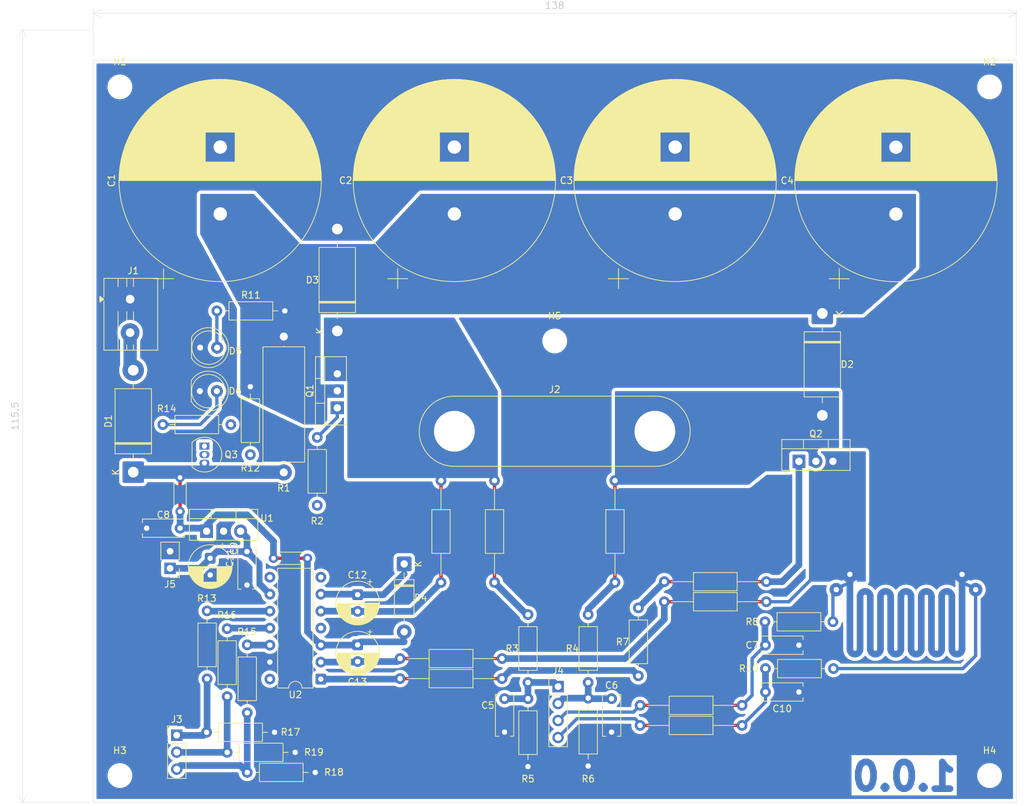
<source format=kicad_pcb>
(kicad_pcb (version 20241229) (generator "pcbnew") (generator_version "9.0")
  (layers (0 "F.Cu" signal) (2 "B.Cu" signal) (13 "F.Paste" user) (15 "B.Paste" user) (5 "F.SilkS" user "F.Silkscreen") (7 "B.SilkS" user "B.Silkscreen") (1 "F.Mask" user) (3 "B.Mask" user) (25 "Edge.Cuts" user))
  (net 0 "")
  (net 1 "/vbus")
  (net 2 "GND")
  (net 3 "/dut_high")
  (net 4 "/dut_low")
  (net 5 "/i_sense_high")
  (net 6 "+3.3V")
  (net 7 "/i_sense_low")
  (net 8 "/vb")
  (net 9 "/high_nmos_s")
  (net 10 "/low_nmos_s")
  (net 11 "/vin")
  (net 12 "/low_nmos_d")
  (net 13 "Net-(D5-A)")
  (net 14 "Net-(D6-A)")
  (net 15 "/lin_uc")
  (net 16 "/sd_uc")
  (net 17 "/hin_uc")
  (net 18 "/high_nmos_g")
  (net 19 "/low_nmos_g")
  (net 20 "Net-(Q3-B)")
  (net 21 "Net-(Q3-C)")
  (net 22 "/driver_ho")
  (net 23 "/hin")
  (net 24 "/lin")
  (net 25 "/sd")
  (net 29 "/driver_lo")
  (net 30 "/vin_prot")
  (net 31 "Net-(R8-Pad2)")
  (net 32 "Net-(R10-Pad2)")
  (footprint "Capacitor_THT:C_Disc_D6.0mm_W2.5mm_P5.00mm" (layer "F.Cu") (at 122.5 115.5 180)
    (property "Reference" "C8" (at 2.5 2 0) (layer "F.SilkS"))
    (property "Value" "100n")
    (pad "1" thru_hole circle (at 0 0 180) (size 1.6 1.6) (drill 0.8) (layers "*.Cu" "*.Mask") (net 30 "/vin_prot"))
    (pad "2" thru_hole circle (at 5 0 180) (size 1.6 1.6) (drill 0.8) (layers "*.Cu" "*.Mask") (net 2 "GND"))
  )
  (footprint "Capacitor_THT:CP_Radial_D6.3mm_P2.50mm" (layer "F.Cu") (at 149.04 125.45 -90)
    (property "Reference" "C12" (at -2.95 0.04 180) (layer "F.SilkS"))
    (property "Value" "2u2")
    (pad "1" thru_hole roundrect (at 0 0 270) (size 1.6 1.6) (drill 0.8) (layers "*.Cu" "*.Mask") (roundrect_rratio 0.15625) (net 8 "/vb"))
    (pad "2" thru_hole circle (at 2.5 0 270) (size 1.6 1.6) (drill 0.8) (layers "*.Cu" "*.Mask") (net 9 "/high_nmos_s"))
  )
  (footprint "Capacitor_THT:C_Disc_D6.0mm_W2.5mm_P5.00mm" (layer "F.Cu") (at 210 140)
    (property "Reference" "C10" (at 2.5 2.5 0) (layer "F.SilkS"))
    (property "Value" "1n")
    (pad "1" thru_hole circle (at 0 0) (size 1.6 1.6) (drill 0.8) (layers "*.Cu" "*.Mask") (net 7 "/i_sense_low"))
    (pad "2" thru_hole circle (at 5 0) (size 1.6 1.6) (drill 0.8) (layers "*.Cu" "*.Mask") (net 2 "GND"))
  )
  (footprint "Resistor_THT:R_Axial_DIN0207_L6.3mm_D2.5mm_P10.16mm_Horizontal" (layer "F.Cu") (at 183.5 138.58 90)
    (property "Reference" "R4" (at 5.08 -2.37 180) (layer "F.SilkS"))
    (property "Value" "8k2")
    (pad "1" thru_hole circle (at 0 0 90) (size 1.6 1.6) (drill 0.8) (layers "*.Cu" "*.Mask") (net 4 "/dut_low"))
    (pad "2" thru_hole circle (at 10.16 0 90) (size 1.6 1.6) (drill 0.8) (layers "*.Cu" "*.Mask") (net 12 "/low_nmos_d"))
  )
  (footprint "Capacitor_THT:C_Disc_D6.0mm_W2.5mm_P5.00mm" (layer "F.Cu") (at 132.5 119 -90)
    (property "Reference" "C11" (at 0.96 2.55 90) (layer "F.SilkS"))
    (property "Value" "100n")
    (pad "1" thru_hole circle (at 0 0 270) (size 1.6 1.6) (drill 0.8) (layers "*.Cu" "*.Mask") (net 6 "+3.3V"))
    (pad "2" thru_hole circle (at 5 0 270) (size 1.6 1.6) (drill 0.8) (layers "*.Cu" "*.Mask") (net 2 "GND"))
  )
  (footprint "Resistor_THT:R_Axial_DIN0617_L17.0mm_D6.0mm_P20.32mm_Horizontal" (layer "F.Cu") (at 138 107.16 90)
    (property "Reference" "R1" (at -2.34 0 180) (layer "F.SilkS"))
    (property "Value" "10")
    (pad "1" thru_hole circle (at 0 0 90) (size 2.4 2.4) (drill 1.2) (layers "*.Cu" "*.Mask") (net 30 "/vin_prot"))
    (pad "2" thru_hole circle (at 20.32 0 90) (size 2.4 2.4) (drill 1.2) (layers "*.Cu" "*.Mask") (net 1 "/vbus"))
  )
  (footprint "Connector:Banana_Jack_2Pin" (layer "F.Cu") (at 163.5 101)
    (property "Reference" "J2" (at 14.985 -6.24 0) (layer "F.SilkS"))
    (property "Value" "DUT")
    (pad "1" thru_hole circle (at 0 0) (size 10.16 10.16) (drill 6.1) (layers "*.Cu" "*.Mask") (net 9 "/high_nmos_s"))
    (pad "2" thru_hole circle (at 29.97 0) (size 10.16 10.16) (drill 6.1) (layers "*.Cu" "*.Mask") (net 12 "/low_nmos_d"))
  )
  (footprint "Capacitor_THT:C_Disc_D6.0mm_W2.5mm_P5.00mm" (layer "F.Cu") (at 187 141 -90)
    (property "Reference" "C6" (at -2 0 180) (layer "F.SilkS"))
    (property "Value" "1n")
    (pad "1" thru_hole circle (at 0 0 270) (size 1.6 1.6) (drill 0.8) (layers "*.Cu" "*.Mask") (net 4 "/dut_low"))
    (pad "2" thru_hole circle (at 5 0 270) (size 1.6 1.6) (drill 0.8) (layers "*.Cu" "*.Mask") (net 2 "GND"))
  )
  (footprint "MountingHole:MountingHole_3.2mm_M3_DIN965" (layer "F.Cu") (at 113.5 49.5)
    (property "Reference" "H1" (at 0 -3.75 0) (layer "F.SilkS"))
    (property "Value" "MountingHole")
    (pad "" np_thru_hole circle (at 0 0) (size 3.2 3.2) (drill 3.2) (layers "*.Cu" "*.Mask"))
  )
  (footprint "Capacitor_THT:C_Disc_D6.0mm_W2.5mm_P5.00mm" (layer "F.Cu") (at 210 133)
    (property "Reference" "C7" (at -2 0 0) (layer "F.SilkS"))
    (property "Value" "1n")
    (pad "1" thru_hole circle (at 0 0) (size 1.6 1.6) (drill 0.8) (layers "*.Cu" "*.Mask") (net 5 "/i_sense_high"))
    (pad "2" thru_hole circle (at 5 0) (size 1.6 1.6) (drill 0.8) (layers "*.Cu" "*.Mask") (net 2 "GND"))
  )
  (footprint "Resistor_THT:R_Axial_DIN0207_L6.3mm_D2.5mm_P10.16mm_Horizontal" (layer "F.Cu") (at 139.7 149.03 180)
    (property "Reference" "R19" (at -2.8 0.03 0) (layer "F.SilkS"))
    (property "Value" "8k2")
    (pad "1" thru_hole circle (at 0 0 180) (size 1.6 1.6) (drill 0.8) (layers "*.Cu" "*.Mask") (net 2 "GND"))
    (pad "2" thru_hole circle (at 10.16 0 180) (size 1.6 1.6) (drill 0.8) (layers "*.Cu" "*.Mask") (net 16 "/sd_uc"))
  )
  (footprint "Resistor_THT:R_Axial_DIN0207_L6.3mm_D2.5mm_P15.24mm_Horizontal" (layer "F.Cu") (at 210.12 123.5 180)
    (property "Reference" "REF**" (hide yes))
    (property "Value" "R_Axial_DIN0207_L6.3mm_D2.5mm_P15.24mm_Horizontal")
    (pad "1" thru_hole circle (at 0 0 180) (size 1.6 1.6) (drill 0.8) (layers "*.Cu" "*.Mask") (net 19 "/low_nmos_g"))
    (pad "2" thru_hole circle (at 15.24 0 180) (size 1.6 1.6) (drill 0.8) (layers "*.Cu" "*.Mask") (net 19 "/low_nmos_g"))
  )
  (footprint "Resistor_THT:R_Axial_DIN0207_L6.3mm_D2.5mm_P10.16mm_Horizontal" (layer "F.Cu") (at 174.5 151.16 90)
    (property "Reference" "R5" (at -1.84 0 180) (layer "F.SilkS"))
    (property "Value" "1k6")
    (pad "1" thru_hole circle (at 0 0 90) (size 1.6 1.6) (drill 0.8) (layers "*.Cu" "*.Mask") (net 2 "GND"))
    (pad "2" thru_hole circle (at 10.16 0 90) (size 1.6 1.6) (drill 0.8) (layers "*.Cu" "*.Mask") (net 3 "/dut_high"))
  )
  (footprint "Resistor_THT:R_Axial_DIN0207_L6.3mm_D2.5mm_P10.16mm_Horizontal" (layer "F.Cu") (at 143 112.08 90)
    (property "Reference" "R2" (at -2.34 0 180) (layer "F.SilkS"))
    (property "Value" "100")
    (pad "1" thru_hole circle (at 0 0 90) (size 1.6 1.6) (drill 0.8) (layers "*.Cu" "*.Mask") (net 22 "/driver_ho"))
    (pad "2" thru_hole circle (at 10.16 0 90) (size 1.6 1.6) (drill 0.8) (layers "*.Cu" "*.Mask") (net 18 "/high_nmos_g"))
  )
  (footprint "Resistor_THT:R_Axial_DIN0207_L6.3mm_D2.5mm_P10.16mm_Horizontal" (layer "F.Cu") (at 174.5 138.58 90)
    (property "Reference" "R3" (at 5.08 -2.37 180) (layer "F.SilkS"))
    (property "Value" "8k2")
    (pad "1" thru_hole circle (at 0 0 90) (size 1.6 1.6) (drill 0.8) (layers "*.Cu" "*.Mask") (net 3 "/dut_high"))
    (pad "2" thru_hole circle (at 10.16 0 90) (size 1.6 1.6) (drill 0.8) (layers "*.Cu" "*.Mask") (net 9 "/high_nmos_s"))
  )
  (footprint "LED_THT:LED_D5.0mm" (layer "F.Cu") (at 125.46 95)
    (property "Reference" "D6" (at 5.275 0 0) (layer "F.SilkS"))
    (property "Value" "LED")
    (pad "1" thru_hole rect (at 0 0) (size 1.8 1.8) (drill 0.9) (layers "*.Cu" "*.Mask") (net 2 "GND"))
    (pad "2" thru_hole circle (at 2.54 0) (size 1.8 1.8) (drill 0.9) (layers "*.Cu" "*.Mask") (net 14 "Net-(D6-A)"))
  )
  (footprint "Resistor_THT:R_Axial_DIN0207_L6.3mm_D2.5mm_P10.16mm_Horizontal" (layer "F.Cu") (at 128 83)
    (property "Reference" "R11" (at 5.08 -2.37 0) (layer "F.SilkS"))
    (property "Value" "1k6")
    (pad "1" thru_hole circle (at 0 0) (size 1.6 1.6) (drill 0.8) (layers "*.Cu" "*.Mask") (net 13 "Net-(D5-A)"))
    (pad "2" thru_hole circle (at 10.16 0) (size 1.6 1.6) (drill 0.8) (layers "*.Cu" "*.Mask") (net 1 "/vbus"))
  )
  (footprint "MountingHole:MountingHole_3.2mm_M3_DIN965" (layer "F.Cu") (at 113.5 152.5)
    (property "Reference" "H3" (at 0 -3.75 0) (layer "F.SilkS"))
    (property "Value" "MountingHole")
    (pad "" np_thru_hole circle (at 0 0) (size 3.2 3.2) (drill 3.2) (layers "*.Cu" "*.Mask"))
  )
  (footprint "Resistor_THT:R_Axial_DIN0207_L6.3mm_D2.5mm_P10.16mm_Horizontal" (layer "F.Cu") (at 210 136.5)
    (property "Reference" "R10" (at -2.5 0 0) (layer "F.SilkS"))
    (property "Value" "1k")
    (pad "1" thru_hole circle (at 0 0) (size 1.6 1.6) (drill 0.8) (layers "*.Cu" "*.Mask") (net 7 "/i_sense_low"))
    (pad "2" thru_hole circle (at 10.16 0) (size 1.6 1.6) (drill 0.8) (layers "*.Cu" "*.Mask") (net 32 "Net-(R10-Pad2)"))
  )
  (footprint "Resistor_THT:R_Axial_DIN0207_L6.3mm_D2.5mm_P10.16mm_Horizontal" (layer "F.Cu") (at 183.5 151.08 90)
    (property "Reference" "R6" (at -1.92 0 180) (layer "F.SilkS"))
    (property "Value" "1k6")
    (pad "1" thru_hole circle (at 0 0 90) (size 1.6 1.6) (drill 0.8) (layers "*.Cu" "*.Mask") (net 2 "GND"))
    (pad "2" thru_hole circle (at 10.16 0 90) (size 1.6 1.6) (drill 0.8) (layers "*.Cu" "*.Mask") (net 4 "/dut_low"))
  )
  (footprint "Package_TO_SOT_THT:TO-92_Inline" (layer "F.Cu") (at 126.14 103.23 -90)
    (property "Reference" "Q3" (at 1.27 -4 180) (layer "F.SilkS"))
    (property "Value" "BC328")
    (pad "1" thru_hole rect (at 0 0 270) (size 1.05 1.5) (drill 0.75) (layers "*.Cu" "*.Mask") (net 21 "Net-(Q3-C)"))
    (pad "2" thru_hole oval (at 1.27 0 270) (size 1.05 1.5) (drill 0.75) (layers "*.Cu" "*.Mask") (net 20 "Net-(Q3-B)"))
    (pad "3" thru_hole oval (at 2.54 0 270) (size 1.05 1.5) (drill 0.75) (layers "*.Cu" "*.Mask") (net 30 "/vin_prot"))
  )
  (footprint "Package_TO_SOT_THT:TO-220-3_Vertical" (layer "F.Cu") (at 126.46 115.95)
    (property "Reference" "U1" (at 9.04 -1.95 0) (layer "F.SilkS"))
    (property "Value" "LF33_TO220")
    (pad "1" thru_hole rect (at 0 0) (size 1.905 2) (drill 1.1) (layers "*.Cu" "*.Mask") (net 30 "/vin_prot"))
    (pad "2" thru_hole oval (at 2.54 0) (size 1.905 2) (drill 1.1) (layers "*.Cu" "*.Mask") (net 2 "GND"))
    (pad "3" thru_hole oval (at 5.08 0) (size 1.905 2) (drill 1.1) (layers "*.Cu" "*.Mask") (net 6 "+3.3V"))
  )
  (footprint "Resistor_THT:R_Axial_DIN0207_L6.3mm_D2.5mm_P15.24mm_Horizontal" (layer "F.Cu") (at 210.12 126.5 180)
    (property "Reference" "REF**" (hide yes))
    (property "Value" "R_Axial_DIN0207_L6.3mm_D2.5mm_P15.24mm_Horizontal")
    (pad "1" thru_hole circle (at 0 0 180) (size 1.6 1.6) (drill 0.8) (layers "*.Cu" "*.Mask") (net 10 "/low_nmos_s"))
    (pad "2" thru_hole circle (at 15.24 0 180) (size 1.6 1.6) (drill 0.8) (layers "*.Cu" "*.Mask") (net 10 "/low_nmos_s"))
  )
  (footprint "Capacitor_THT:CP_Radial_D30.0mm_P10.00mm_SnapIn" (layer "F.Cu") (at 229.5 68.517935 90)
    (property "Reference" "C4" (at 5 -16.25 180) (layer "F.SilkS"))
    (property "Value" "4700u")
    (pad "1" thru_hole roundrect (at 0 0 90) (size 4 4) (drill 2) (layers "*.Cu" "*.Mask") (roundrect_rratio 0.0625) (net 1 "/vbus"))
    (pad "2" thru_hole circle (at 10 0 90) (size 4 4) (drill 2) (layers "*.Cu" "*.Mask") (net 2 "GND"))
  )
  (footprint "Capacitor_THT:CP_Radial_D30.0mm_P10.00mm_SnapIn" (layer "F.Cu") (at 128.5 68.5 90)
    (property "Reference" "C1" (at 5 -16.25 90) (layer "F.SilkS"))
    (property "Value" "4700u")
    (pad "1" thru_hole roundrect (at 0 0 90) (size 4 4) (drill 2) (layers "*.Cu" "*.Mask") (roundrect_rratio 0.0625) (net 1 "/vbus"))
    (pad "2" thru_hole circle (at 10 0 90) (size 4 4) (drill 2) (layers "*.Cu" "*.Mask") (net 2 "GND"))
  )
  (footprint "LED_THT:LED_D5.0mm" (layer "F.Cu") (at 125.5 88.5)
    (property "Reference" "D5" (at 5.275 0.5 0) (layer "F.SilkS"))
    (property "Value" "LED")
    (pad "1" thru_hole rect (at 0 0) (size 1.8 1.8) (drill 0.9) (layers "*.Cu" "*.Mask") (net 2 "GND"))
    (pad "2" thru_hole circle (at 2.54 0) (size 1.8 1.8) (drill 0.9) (layers "*.Cu" "*.Mask") (net 13 "Net-(D5-A)"))
  )
  (footprint "Resistor_THT:R_Axial_DIN0207_L6.3mm_D2.5mm_P10.16mm_Horizontal" (layer "F.Cu") (at 133 104.5 90)
    (property "Reference" "R12" (at -2 0 180) (layer "F.SilkS"))
    (property "Value" "8k2")
    (pad "1" thru_hole circle (at 0 0 90) (size 1.6 1.6) (drill 0.8) (layers "*.Cu" "*.Mask") (net 20 "Net-(Q3-B)"))
    (pad "2" thru_hole circle (at 10.16 0 90) (size 1.6 1.6) (drill 0.8) (layers "*.Cu" "*.Mask") (net 1 "/vbus"))
  )
  (footprint "Resistor_THT:R_Axial_DIN0207_L6.3mm_D2.5mm_P10.16mm_Horizontal" (layer "F.Cu") (at 126.54 138.03 90)
    (property "Reference" "R13" (at 12.03 -0.04 180) (layer "F.SilkS"))
    (property "Value" "100")
    (pad "1" thru_hole circle (at 0 0 90) (size 1.6 1.6) (drill 0.8) (layers "*.Cu" "*.Mask") (net 17 "/hin_uc"))
    (pad "2" thru_hole circle (at 10.16 0 90) (size 1.6 1.6) (drill 0.8) (layers "*.Cu" "*.Mask") (net 23 "/hin"))
  )
  (footprint "Resistor_THT:R_Axial_DIN0207_L6.3mm_D2.5mm_P15.24mm_Horizontal" (layer "F.Cu") (at 161.5 123.62 90)
    (property "Reference" "REF**" (hide yes))
    (property "Value" "R_Axial_DIN0207_L6.3mm_D2.5mm_P15.24mm_Horizontal")
    (pad "1" thru_hole circle (at 0 0 90) (size 1.6 1.6) (drill 0.8) (layers "*.Cu" "*.Mask") (net 9 "/high_nmos_s"))
    (pad "2" thru_hole circle (at 15.24 0 90) (size 1.6 1.6) (drill 0.8) (layers "*.Cu" "*.Mask") (net 9 "/high_nmos_s"))
  )
  (footprint "Package_DIP:DIP-14_W7.62mm" (layer "F.Cu") (at 143.54 138.07 180)
    (property "Reference" "U2" (at 3.81 -2.33 0) (layer "F.SilkS"))
    (property "Value" "IR2112")
    (pad "1" thru_hole roundrect (at 0 0 180) (size 1.6 1.6) (drill 0.8) (layers "*.Cu" "*.Mask") (roundrect_rratio 0.15625) (net 29 "/driver_lo"))
    (pad "2" thru_hole circle (at 0 2.54 180) (size 1.6 1.6) (drill 0.8) (layers "*.Cu" "*.Mask") (net 10 "/low_nmos_s"))
    (pad "3" thru_hole circle (at 0 5.08 180) (size 1.6 1.6) (drill 0.8) (layers "*.Cu" "*.Mask") (net 30 "/vin_prot"))
    (pad "4" thru_hole circle (at 0 7.62 180) (size 1.6 1.6) (drill 0.8) (layers "*.Cu" "*.Mask"))
    (pad "5" thru_hole circle (at 0 10.16 180) (size 1.6 1.6) (drill 0.8) (layers "*.Cu" "*.Mask") (net 9 "/high_nmos_s"))
    (pad "6" thru_hole circle (at 0 12.7 180) (size 1.6 1.6) (drill 0.8) (layers "*.Cu" "*.Mask") (net 8 "/vb"))
    (pad "7" thru_hole circle (at 0 15.24 180) (size 1.6 1.6) (drill 0.8) (layers "*.Cu" "*.Mask") (net 22 "/driver_ho"))
    (pad "8" thru_hole circle (at 7.62 15.24 180) (size 1.6 1.6) (drill 0.8) (layers "*.Cu" "*.Mask"))
    (pad "9" thru_hole circle (at 7.62 12.7 180) (size 1.6 1.6) (drill 0.8) (layers "*.Cu" "*.Mask") (net 6 "+3.3V"))
    (pad "10" thru_hole circle (at 7.62 10.16 180) (size 1.6 1.6) (drill 0.8) (layers "*.Cu" "*.Mask") (net 23 "/hin"))
    (pad "11" thru_hole circle (at 7.62 7.62 180) (size 1.6 1.6) (drill 0.8) (layers "*.Cu" "*.Mask") (net 25 "/sd"))
    (pad "12" thru_hole circle (at 7.62 5.08 180) (size 1.6 1.6) (drill 0.8) (layers "*.Cu" "*.Mask") (net 24 "/lin"))
    (pad "13" thru_hole circle (at 7.62 2.54 180) (size 1.6 1.6) (drill 0.8) (layers "*.Cu" "*.Mask") (net 2 "GND"))
    (pad "14" thru_hole circle (at 7.62 0 180) (size 1.6 1.6) (drill 0.8) (layers "*.Cu" "*.Mask"))
  )
  (footprint "Connector_PinHeader_2.54mm:PinHeader_1x03_P2.54mm_Vertical" (layer "F.Cu") (at 122 146.46)
    (property "Reference" "J3" (at 0 -2.38 0) (layer "F.SilkS"))
    (property "Value" "Inputs")
    (pad "1" thru_hole rect (at 0 0) (size 1.7 1.7) (drill 1) (layers "*.Cu" "*.Mask") (net 17 "/hin_uc"))
    (pad "2" thru_hole circle (at 0 2.54) (size 1.7 1.7) (drill 1) (layers "*.Cu" "*.Mask") (net 16 "/sd_uc"))
    (pad "3" thru_hole circle (at 0 5.08) (size 1.7 1.7) (drill 1) (layers "*.Cu" "*.Mask") (net 15 "/lin_uc"))
  )
  (footprint "Connector_PinHeader_2.54mm:PinHeader_1x02_P2.54mm_Vertical" (layer "F.Cu") (at 121 121.5 180)
    (property "Reference" "J5" (at 0 -2.38 0) (layer "F.SilkS"))
    (property "Value" "UC")
    (pad "1" thru_hole rect (at 0 0 180) (size 1.7 1.7) (drill 1) (layers "*.Cu" "*.Mask") (net 6 "+3.3V"))
    (pad "2" thru_hole circle (at 0 2.54 180) (size 1.7 1.7) (drill 1) (layers "*.Cu" "*.Mask") (net 2 "GND"))
  )
  (footprint "Resistor_THT:R_Axial_DIN0207_L6.3mm_D2.5mm_P15.24mm_Horizontal" (layer "F.Cu") (at 187.5 123.62 90)
    (property "Reference" "REF**" (hide yes))
    (property "Value" "R_Axial_DIN0207_L6.3mm_D2.5mm_P15.24mm_Horizontal")
    (pad "1" thru_hole circle (at 0 0 90) (size 1.6 1.6) (drill 0.8) (layers "*.Cu" "*.Mask") (net 12 "/low_nmos_d"))
    (pad "2" thru_hole circle (at 15.24 0 90) (size 1.6 1.6) (drill 0.8) (layers "*.Cu" "*.Mask") (net 12 "/low_nmos_d"))
  )
  (footprint "MountingHole:MountingHole_3.2mm_M3_DIN965" (layer "F.Cu") (at 178.5 87.5)
    (property "Reference" "H5" (at 0 -3.75 0) (layer "F.SilkS"))
    (property "Value" "MountingHole")
    (pad "" np_thru_hole circle (at 0 0) (size 3.2 3.2) (drill 3.2) (layers "*.Cu" "*.Mask"))
  )
  (footprint "Capacitor_THT:CP_Radial_D30.0mm_P10.00mm_SnapIn" (layer "F.Cu") (at 196.5 68.5 90)
    (property "Reference" "C3" (at 5 -16.25 180) (layer "F.SilkS"))
    (property "Value" "4700u")
    (pad "1" thru_hole roundrect (at 0 0 90) (size 4 4) (drill 2) (layers "*.Cu" "*.Mask") (roundrect_rratio 0.0625) (net 1 "/vbus"))
    (pad "2" thru_hole circle (at 10 0 90) (size 4 4) (drill 2) (layers "*.Cu" "*.Mask") (net 2 "GND"))
  )
  (footprint "Resistor_THT:R_Axial_DIN0207_L6.3mm_D2.5mm_P10.16mm_Horizontal" (layer "F.Cu") (at 136.62 146.03 180)
    (property "Reference" "R17" (at -2.38 0.03 0) (layer "F.SilkS"))
    (property "Value" "8k2")
    (pad "1" thru_hole circle (at 0 0 180) (size 1.6 1.6) (drill 0.8) (layers "*.Cu" "*.Mask") (net 2 "GND"))
    (pad "2" thru_hole circle (at 10.16 0 180) (size 1.6 1.6) (drill 0.8) (layers "*.Cu" "*.Mask") (net 17 "/hin_uc"))
  )
  (footprint "Resistor_THT:R_Axial_DIN0204_L3.6mm_D1.6mm_P5.08mm_Horizontal" (layer "F.Cu") (at 122.5 113 90)
    (property "Reference" "REF**" (hide yes))
    (property "Value" "R_Axial_DIN0204_L3.6mm_D1.6mm_P5.08mm_Horizontal")
    (pad "1" thru_hole circle (at 0 0 90) (size 1.4 1.4) (drill 0.7) (layers "*.Cu" "*.Mask") (net 30 "/vin_prot"))
    (pad "2" thru_hole circle (at 5.08 0 90) (size 1.4 1.4) (drill 0.7) (layers "*.Cu" "*.Mask") (net 30 "/vin_prot"))
  )
  (footprint "TerminalBlock:TerminalBlock_MaiXu_MX126-5.0-02P_1x02_P5.00mm" (layer "F.Cu") (at 115.0325 81.25 -90)
    (property "Reference" "J1" (at -4.25 -0.4675 180) (layer "F.SilkS"))
    (property "Value" "Vin")
    (pad "1" thru_hole roundrect (at 0 0 270) (size 2.8 2.8) (drill 1.3) (layers "*.Cu" "*.Mask") (roundrect_rratio 0.089286) (net 2 "GND"))
    (pad "2" thru_hole circle (at 5 0 270) (size 2.8 2.8) (drill 1.3) (layers "*.Cu" "*.Mask") (net 11 "/vin"))
  )
  (footprint "Package_TO_SOT_THT:TO-220-3_Vertical" (layer "F.Cu") (at 215 105.5)
    (property "Reference" "Q2" (at 2.54 -4.1 0) (layer "F.SilkS"))
    (property "Value" "BUK556")
    (pad "1" thru_hole rect (at 0 0) (size 1.905 2) (drill 1.1) (layers "*.Cu" "*.Mask") (net 19 "/low_nmos_g"))
    (pad "2" thru_hole oval (at 2.54 0) (size 1.905 2) (drill 1.1) (layers "*.Cu" "*.Mask") (net 12 "/low_nmos_d"))
    (pad "3" thru_hole oval (at 5.08 0) (size 1.905 2) (drill 1.1) (layers "*.Cu" "*.Mask") (net 10 "/low_nmos_s"))
  )
  (footprint "Diode_THT:D_DO-201AD_P15.24mm_Horizontal" (layer "F.Cu") (at 115.5 107.12 90)
    (property "Reference" "D1" (at 7.62 -3.72 90) (layer "F.SilkS"))
    (property "Value" "1N5822")
    (fp_text user "K" (at 0 -2.6 90) (layer "F.SilkS"))
    (pad "1" thru_hole roundrect (at 0 0 90) (size 3.2 3.2) (drill 1.6) (layers "*.Cu" "*.Mask") (roundrect_rratio 0.078125) (net 30 "/vin_prot"))
    (pad "2" thru_hole circle (at 15.24 0 90) (size 3.2 3.2) (drill 1.6) (layers "*.Cu" "*.Mask") (net 11 "/vin"))
  )
  (footprint "shunt:R_Shunt_kelvin_60mohm" (layer "F.Cu") (at 232.016 133.328 90)
    (property "Reference" "R9" (hide yes))
    (property "Value" "60m" (hide yes))
    (fp_line (start 9.922 -9.398) (end -0.254 -9.398) (stroke (width 1)) (layer "B.Cu"))
    (fp_line (start 9.672 -9.398) (end 9.144 -10.668) (stroke (width 0.5)) (layer "B.Cu"))
    (fp_line (start 7.62 -7.874) (end -0.135 -7.874) (stroke (width 1)) (layer "B.Cu"))
    (fp_line (start 7.62 -6.35) (end -0.135 -6.35) (stroke (width 1)) (layer "B.Cu"))
    (fp_line (start 7.62 -4.826) (end -0.135 -4.826) (stroke (width 1)) (layer "B.Cu"))
    (fp_line (start 7.62 -3.302) (end -0.135 -3.302) (stroke (width 1)) (layer "B.Cu"))
    (fp_line (start 7.62 -1.778) (end -0.135 -1.778) (stroke (width 1)) (layer "B.Cu"))
    (fp_line (start 7.62 -0.254) (end -0.135 -0.254) (stroke (width 1)) (layer "B.Cu"))
    (fp_line (start 7.62 1.27) (end -0.135 1.27) (stroke (width 1)) (layer "B.Cu"))
    (fp_line (start 7.62 2.794) (end -0.135 2.794) (stroke (width 1)) (layer "B.Cu"))
    (fp_line (start 7.62 4.318) (end -0.135 4.318) (stroke (width 1)) (layer "B.Cu"))
    (fp_line (start 7.62 5.842) (end -0.135 5.842) (stroke (width 1)) (layer "B.Cu"))
    (fp_line (start 9.906 7.366) (end -0.254 7.366) (stroke (width 1)) (layer "B.Cu"))
    (fp_line (start 9.144 8.636) (end 9.672 7.366) (stroke (width 0.5)) (layer "B.Cu"))
    (fp_arc (start 7.62 -7.874) (mid 8.382 -7.112) (end 7.62 -6.35) (stroke (width 1)) (layer "B.Cu"))
    (fp_arc (start -0.254 -7.874) (mid -1.016 -8.636) (end -0.254 -9.398) (stroke (width 1)) (layer "B.Cu"))
    (fp_arc (start 7.62 -4.826) (mid 8.382 -4.064) (end 7.62 -3.302) (stroke (width 1)) (layer "B.Cu"))
    (fp_arc (start -0.254 -4.826) (mid -1.016 -5.588) (end -0.254 -6.35) (stroke (width 1)) (layer "B.Cu"))
    (fp_arc (start 7.62 -1.778) (mid 8.382 -1.016) (end 7.62 -0.254) (stroke (width 1)) (layer "B.Cu"))
    (fp_arc (start -0.254 -1.778) (mid -1.016 -2.54) (end -0.254 -3.302) (stroke (width 1)) (layer "B.Cu"))
    (fp_arc (start 7.62 1.27) (mid 8.382 2.032) (end 7.62 2.794) (stroke (width 1)) (layer "B.Cu"))
    (fp_arc (start -0.254 1.27) (mid -1.016 0.508) (end -0.254 -0.254) (stroke (width 1)) (layer "B.Cu"))
    (fp_arc (start 7.62 4.318) (mid 8.382 5.08) (end 7.62 5.842) (stroke (width 1)) (layer "B.Cu"))
    (fp_arc (start -0.254 4.318) (mid -1.016 3.556) (end -0.254 2.794) (stroke (width 1)) (layer "B.Cu"))
    (fp_arc (start -0.254 7.366) (mid -1.016 6.604) (end -0.254 5.842) (stroke (width 1)) (layer "B.Cu"))
    (pad "1" thru_hole circle (at 10.922 -9.398 90) (size 2.5 2.5) (drill 0.8) (layers "*.Cu" "*.Mask") (net 10 "/low_nmos_s"))
    (pad "2" thru_hole circle (at 8.636 -11.43 90) (size 2 2) (drill 0.8) (layers "*.Cu" "*.Mask") (net 31 "Net-(R8-Pad2)"))
    (pad "3" thru_hole circle (at 8.636 9.398 90) (size 2 2) (drill 0.8) (layers "*.Cu" "*.Mask") (net 32 "Net-(R10-Pad2)"))
    (pad "4" thru_hole circle (at 10.922 7.366 90) (size 2.5 2.5) (drill 0.8) (layers "*.Cu" "*.Mask") (net 2 "GND"))
  )
  (footprint "Capacitor_THT:CP_Radial_D6.3mm_P2.50mm" (layer "F.Cu") (at 149.04 132.95 -90)
    (property "Reference" "C13" (at 5.55 0.04 180) (layer "F.SilkS"))
    (property "Value" "2u2")
    (pad "1" thru_hole roundrect (at 0 0 270) (size 1.6 1.6) (drill 0.8) (layers "*.Cu" "*.Mask") (roundrect_rratio 0.15625) (net 30 "/vin_prot"))
    (pad "2" thru_hole circle (at 2.5 0 270) (size 1.6 1.6) (drill 0.8) (layers "*.Cu" "*.Mask") (net 10 "/low_nmos_s"))
  )
  (footprint "Resistor_THT:R_Axial_DIN0207_L6.3mm_D2.5mm_P15.24mm_Horizontal" (layer "F.Cu") (at 206.5 142 180)
    (property "Reference" "REF**" (hide yes))
    (property "Value" "R_Axial_DIN0207_L6.3mm_D2.5mm_P15.24mm_Horizontal")
    (pad "1" thru_hole circle (at 0 0 180) (size 1.6 1.6) (drill 0.8) (layers "*.Cu" "*.Mask") (net 5 "/i_sense_high"))
    (pad "2" thru_hole circle (at 15.24 0 180) (size 1.6 1.6) (drill 0.8) (layers "*.Cu" "*.Mask") (net 5 "/i_sense_high"))
  )
  (footprint "Resistor_THT:R_Axial_DIN0204_L3.6mm_D1.6mm_P5.08mm_Horizontal" (layer "F.Cu") (at 141.54 120 180)
    (property "Reference" "REF**" (hide yes))
    (property "Value" "R_Axial_DIN0204_L3.6mm_D1.6mm_P5.08mm_Horizontal")
    (pad "1" thru_hole circle (at 0 0 180) (size 1.4 1.4) (drill 0.7) (layers "*.Cu" "*.Mask") (net 30 "/vin_prot"))
    (pad "2" thru_hole circle (at 5.08 0 180) (size 1.4 1.4) (drill 0.7) (layers "*.Cu" "*.Mask") (net 30 "/vin_prot"))
  )
  (footprint "Resistor_THT:R_Axial_DIN0207_L6.3mm_D2.5mm_P10.16mm_Horizontal" (layer "F.Cu") (at 119.92 100)
    (property "Reference" "R14" (at 0.58 -2.37 0) (layer "F.SilkS"))
    (property "Value" "1k6")
    (pad "1" thru_hole circle (at 0 0) (size 1.6 1.6) (drill 0.8) (layers "*.Cu" "*.Mask") (net 14 "Net-(D6-A)"))
    (pad "2" thru_hole circle (at 10.16 0) (size 1.6 1.6) (drill 0.8) (layers "*.Cu" "*.Mask") (net 21 "Net-(Q3-C)"))
  )
  (footprint "Resistor_THT:R_Axial_DIN0207_L6.3mm_D2.5mm_P15.24mm_Horizontal" (layer "F.Cu") (at 169.5 123.62 90)
    (property "Reference" "REF**" (hide yes))
    (property "Value" "R_Axial_DIN0207_L6.3mm_D2.5mm_P15.24mm_Horizontal")
    (pad "1" thru_hole circle (at 0 0 90) (size 1.6 1.6) (drill 0.8) (layers "*.Cu" "*.Mask") (net 9 "/high_nmos_s"))
    (pad "2" thru_hole circle (at 15.24 0 90) (size 1.6 1.6) (drill 0.8) (layers "*.Cu" "*.Mask") (net 9 "/high_nmos_s"))
  )
  (footprint "Resistor_THT:R_Axial_DIN0207_L6.3mm_D2.5mm_P10.16mm_Horizontal" (layer "F.Cu") (at 142.7 152.03 180)
    (property "Reference" "R18" (at -2.8 0.03 0) (layer "F.SilkS"))
    (property "Value" "8k2")
    (pad "1" thru_hole circle (at 0 0 180) (size 1.6 1.6) (drill 0.8) (layers "*.Cu" "*.Mask") (net 2 "GND"))
    (pad "2" thru_hole circle (at 10.16 0 180) (size 1.6 1.6) (drill 0.8) (layers "*.Cu" "*.Mask") (net 15 "/lin_uc"))
  )
  (footprint "Diode_THT:D_DO-201AD_P15.24mm_Horizontal" (layer "F.Cu") (at 218.5 83.38 -90)
    (property "Reference" "D2" (at 7.62 -3.72 180) (layer "F.SilkS"))
    (property "Value" "1N5822")
    (fp_text user "K" (at 0 -2.6 90) (layer "F.SilkS"))
    (pad "1" thru_hole roundrect (at 0 0 270) (size 3.2 3.2) (drill 1.6) (layers "*.Cu" "*.Mask") (roundrect_rratio 0.078125) (net 1 "/vbus"))
    (pad "2" thru_hole circle (at 15.24 0 270) (size 3.2 3.2) (drill 1.6) (layers "*.Cu" "*.Mask") (net 12 "/low_nmos_d"))
  )
  (footprint "Diode_THT:D_DO-41_SOD81_P10.16mm_Horizontal" (layer "F.Cu") (at 156 120.84 -90)
    (property "Reference" "D4" (at 5.08 -2.47 180) (layer "F.SilkS"))
    (property "Value" "1N4007")
    (fp_text user "K" (at 0 -2.1 90) (layer "F.SilkS"))
    (pad "1" thru_hole roundrect (at 0 0 270) (size 2.2 2.2) (drill 1.1) (layers "*.Cu" "*.Mask") (roundrect_rratio 0.113636) (net 8 "/vb"))
    (pad "2" thru_hole circle (at 10.16 0 270) (size 2.2 2.2) (drill 1.1) (layers "*.Cu" "*.Mask") (net 30 "/vin_prot"))
  )
  (footprint "Resistor_THT:R_Axial_DIN0207_L6.3mm_D2.5mm_P10.16mm_Horizontal" (layer "F.Cu") (at 132.54 143.11 90)
    (property "Reference" "R15" (at 12.11 -0.04 180) (layer "F.SilkS"))
    (property "Value" "100")
    (pad "1" thru_hole circle (at 0 0 90) (size 1.6 1.6) (drill 0.8) (layers "*.Cu" "*.Mask") (net 15 "/lin_uc"))
    (pad "2" thru_hole circle (at 10.16 0 90) (size 1.6 1.6) (drill 0.8) (layers "*.Cu" "*.Mask") (net 24 "/lin"))
  )
  (footprint "Capacitor_THT:C_Disc_D6.0mm_W2.5mm_P5.00mm" (layer "F.Cu") (at 171 141 -90)
    (property "Reference" "C5" (at 1 2.5 180) (layer "F.SilkS"))
    (property "Value" "1n")
    (pad "1" thru_hole circle (at 0 0 270) (size 1.6 1.6) (drill 0.8) (layers "*.Cu" "*.Mask") (net 3 "/dut_high"))
    (pad "2" thru_hole circle (at 5 0 270) (size 1.6 1.6) (drill 0.8) (layers "*.Cu" "*.Mask") (net 2 "GND"))
  )
  (footprint "Package_TO_SOT_THT:TO-220-3_Vertical" (layer "F.Cu") (at 146 97.5 90)
    (property "Reference" "Q1" (at 2.54 -4.1 90) (layer "F.SilkS"))
    (property "Value" "BUK556")
    (pad "1" thru_hole rect (at 0 0 90) (size 1.905 2) (drill 1.1) (layers "*.Cu" "*.Mask") (net 18 "/high_nmos_g"))
    (pad "2" thru_hole oval (at 2.54 0 90) (size 1.905 2) (drill 1.1) (layers "*.Cu" "*.Mask") (net 1 "/vbus"))
    (pad "3" thru_hole oval (at 5.08 0 90) (size 1.905 2) (drill 1.1) (layers "*.Cu" "*.Mask") (net 9 "/high_nmos_s"))
  )
  (footprint "MountingHole:MountingHole_3.2mm_M3_DIN965" (layer "F.Cu") (at 243.5 152.5)
    (property "Reference" "H4" (at 0 -3.75 0) (layer "F.SilkS"))
    (property "Value" "MountingHole")
    (pad "" np_thru_hole circle (at 0 0) (size 3.2 3.2) (drill 3.2) (layers "*.Cu" "*.Mask"))
  )
  (footprint "MountingHole:MountingHole_3.2mm_M3_DIN965" (layer "F.Cu") (at 243.5 49.5)
    (property "Reference" "H2" (at 0 -3.75 0) (layer "F.SilkS"))
    (property "Value" "MountingHole")
    (pad "" np_thru_hole circle (at 0 0) (size 3.2 3.2) (drill 3.2) (layers "*.Cu" "*.Mask"))
  )
  (footprint "Resistor_THT:R_Axial_DIN0207_L6.3mm_D2.5mm_P10.16mm_Horizontal" (layer "F.Cu") (at 129.54 140.69 90)
    (property "Reference" "R16" (at 12.19 -0.04 180) (layer "F.SilkS"))
    (property "Value" "100")
    (pad "1" thru_hole circle (at 0 0 90) (size 1.6 1.6) (drill 0.8) (layers "*.Cu" "*.Mask") (net 16 "/sd_uc"))
    (pad "2" thru_hole circle (at 10.16 0 90) (size 1.6 1.6) (drill 0.8) (layers "*.Cu" "*.Mask") (net 25 "/sd"))
  )
  (footprint "Resistor_THT:R_Axial_DIN0207_L6.3mm_D2.5mm_P15.24mm_Horizontal" (layer "F.Cu") (at 170.62 138 180)
    (property "Reference" "REF**" (hide yes))
    (property "Value" "R_Axial_DIN0207_L6.3mm_D2.5mm_P15.24mm_Horizontal")
    (pad "1" thru_hole circle (at 0 0 180) (size 1.6 1.6) (drill 0.8) (layers "*.Cu" "*.Mask") (net 29 "/driver_lo"))
    (pad "2" thru_hole circle (at 15.24 0 180) (size 1.6 1.6) (drill 0.8) (layers "*.Cu" "*.Mask") (net 29 "/driver_lo"))
  )
  (footprint "Capacitor_THT:CP_Radial_D6.3mm_P2.50mm" (layer "F.Cu") (at 127 120 -90)
    (property "Reference" "C9" (at -1.46 -3.55 90) (layer "F.SilkS"))
    (property "Value" "2u2")
    (pad "1" thru_hole roundrect (at 0 0 270) (size 1.6 1.6) (drill 0.8) (layers "*.Cu" "*.Mask") (roundrect_rratio 0.15625) (net 6 "+3.3V"))
    (pad "2" thru_hole circle (at 2.5 0 270) (size 1.6 1.6) (drill 0.8) (layers "*.Cu" "*.Mask") (net 2 "GND"))
  )
  (footprint "Connector_PinHeader_2.54mm:PinHeader_1x04_P2.54mm_Vertical" (layer "F.Cu") (at 179 139.19)
    (property "Reference" "J4" (at 0 -2.38 0) (layer "F.SilkS"))
    (property "Value" "Outputs")
    (pad "1" thru_hole rect (at 0 0) (size 1.7 1.7) (drill 1) (layers "*.Cu" "*.Mask") (net 3 "/dut_high"))
    (pad "2" thru_hole circle (at 0 2.54) (size 1.7 1.7) (drill 1) (layers "*.Cu" "*.Mask") (net 4 "/dut_low"))
    (pad "3" thru_hole circle (at 0 5.08) (size 1.7 1.7) (drill 1) (layers "*.Cu" "*.Mask") (net 5 "/i_sense_high"))
    (pad "4" thru_hole circle (at 0 7.62) (size 1.7 1.7) (drill 1) (layers "*.Cu" "*.Mask") (net 7 "/i_sense_low"))
  )
  (footprint "Diode_THT:D_DO-201AD_P15.24mm_Horizontal" (layer "F.Cu") (at 146 86 90)
    (property "Reference" "D3" (at 7.62 -3.72 0) (layer "F.SilkS"))
    (property "Value" "1N5822")
    (fp_text user "K" (at 0 -2.6 90) (layer "F.SilkS"))
    (pad "1" thru_hole roundrect (at 0 0 90) (size 3.2 3.2) (drill 1.6) (layers "*.Cu" "*.Mask") (roundrect_rratio 0.078125) (net 9 "/high_nmos_s"))
    (pad "2" thru_hole circle (at 15.24 0 90) (size 3.2 3.2) (drill 1.6) (layers "*.Cu" "*.Mask") (net 2 "GND"))
  )
  (footprint "Resistor_THT:R_Axial_DIN0207_L6.3mm_D2.5mm_P15.24mm_Horizontal" (layer "F.Cu") (at 170.62 135 180)
    (property "Reference" "REF**" (hide yes))
    (property "Value" "R_Axial_DIN0207_L6.3mm_D2.5mm_P15.24mm_Horizontal")
    (pad "1" thru_hole circle (at 0 0 180) (size 1.6 1.6) (drill 0.8) (layers "*.Cu" "*.Mask") (net 10 "/low_nmos_s"))
    (pad "2" thru_hole circle (at 15.24 0 180) (size 1.6 1.6) (drill 0.8) (layers "*.Cu" "*.Mask") (net 10 "/low_nmos_s"))
  )
  (footprint "Resistor_THT:R_Axial_DIN0207_L6.3mm_D2.5mm_P10.16mm_Horizontal" (layer "F.Cu") (at 209.92 129.5)
    (property "Reference" "R8" (at -1.92 0 0) (layer "F.SilkS"))
    (property "Value" "1k")
    (pad "1" thru_hole circle (at 0 0) (size 1.6 1.6) (drill 0.8) (layers "*.Cu" "*.Mask") (net 5 "/i_sense_high"))
    (pad "2" thru_hole circle (at 10.16 0) (size 1.6 1.6) (drill 0.8) (layers "*.Cu" "*.Mask") (net 31 "Net-(R8-Pad2)"))
  )
  (footprint "Resistor_THT:R_Axial_DIN0207_L6.3mm_D2.5mm_P15.24mm_Horizontal" (layer "F.Cu") (at 206.5 145 180)
    (property "Reference" "REF**" (hide yes))
    (property "Value" "R_Axial_DIN0207_L6.3mm_D2.5mm_P15.24mm_Horizontal")
    (pad "1" thru_hole circle (at 0 0 180) (size 1.6 1.6) (drill 0.8) (layers "*.Cu" "*.Mask") (net 7 "/i_sense_low"))
    (pad "2" thru_hole circle (at 15.24 0 180) (size 1.6 1.6) (drill 0.8) (layers "*.Cu" "*.Mask") (net 7 "/i_sense_low"))
  )
  (footprint "Resistor_THT:R_Axial_DIN0207_L6.3mm_D2.5mm_P10.16mm_Horizontal" (layer "F.Cu") (at 191 137.58 90)
    (property "Reference" "R7" (at 5.08 -2.37 180) (layer "F.SilkS"))
    (property "Value" "100")
    (pad "1" thru_hole circle (at 0 0 90) (size 1.6 1.6) (drill 0.8) (layers "*.Cu" "*.Mask") (net 29 "/driver_lo"))
    (pad "2" thru_hole circle (at 10.16 0 90) (size 1.6 1.6) (drill 0.8) (layers "*.Cu" "*.Mask") (net 19 "/low_nmos_g"))
  )
  (footprint "Capacitor_THT:CP_Radial_D30.0mm_P10.00mm_SnapIn" (layer "F.Cu") (at 163.5 68.5 90)
    (property "Reference" "C2" (at 5 -16.25 180) (layer "F.SilkS"))
    (property "Value" "4700u")
    (pad "1" thru_hole roundrect (at 0 0 90) (size 4 4) (drill 2) (layers "*.Cu" "*.Mask") (roundrect_rratio 0.0625) (net 1 "/vbus"))
    (pad "2" thru_hole circle (at 10 0 90) (size 4 4) (drill 2) (layers "*.Cu" "*.Mask") (net 2 "GND"))
  )
  (gr_rect (start 109.5 45.5) (end 247.5 156.5) (stroke (width 0.05)) (fill no) (layer "Edge.Cuts"))
  (gr_text "1.0.0" (at 239 155 0) (layer "B.Cu") (effects (font (size 4 4) (thickness 1) (bold yes)) (justify left bottom mirror)))
  (dimension (type orthogonal) (layer "Edge.Cuts") (pts (xy 109.5 41) (xy 109.5 156.5)) (height -10.5) (orientation 1) (format (prefix "") (suffix "") (units 3) (units_format 0) (precision 4) (suppress_zeroes yes)) (style (thickness 0.05) (arrow_length 1.27) (text_position_mode 0) (arrow_direction outward) (extension_height 0.58642) (extension_offset 0.5) (keep_text_aligned yes)) (gr_text "115.5" (at 97.85 98.75 90) (layer "Edge.Cuts") (effects (font (size 1 1) (thickness 0.15)))))
  (dimension (type orthogonal) (layer "Edge.Cuts") (pts (xy 109.5 45.5) (xy 247.5 45.5)) (height -7) (orientation 0) (format (prefix "") (suffix "") (units 3) (units_format 0) (precision 4) (suppress_zeroes yes)) (style (thickness 0.05) (arrow_length 1.27) (text_position_mode 0) (arrow_direction outward) (extension_height 0.58642) (extension_offset 0.5) (keep_text_aligned yes)) (gr_text "138" (at 178.5 37.35 0) (layer "Edge.Cuts") (effects (font (size 1 1) (thickness 0.15)))))
  (segment (start 174.5 138.58) (end 178.39 138.58) (width 1) (layer "B.Cu") (net 3))
  (segment (start 171 141) (end 174.5 141) (width 1) (layer "B.Cu") (net 3))
  (segment (start 174.5 138.58) (end 174.5 141) (width 1) (layer "B.Cu") (net 3))
  (segment (start 178.39 138.58) (end 179 139.19) (width 1) (layer "B.Cu") (net 3))
  (segment (start 183.5 138.58) (end 183.5 140.92) (width 1) (layer "B.Cu") (net 4))
  (segment (start 183.58 141) (end 183.5 140.92) (width 1) (layer "B.Cu") (net 4))
  (segment (start 187 141) (end 183.58 141) (width 1) (layer "B.Cu") (net 4))
  (segment (start 179.81 140.92) (end 179 141.73) (width 1) (layer "B.Cu") (net 4))
  (segment (start 183.5 140.92) (end 179.81 140.92) (width 1) (layer "B.Cu") (net 4))
  (segment (start 191.26 142) (end 206.5 142) (width 0.5) (layer "F.Cu") (net 5))
  (segment (start 209.92 129.5) (end 209.92 132.92) (width 1) (layer "B.Cu") (net 5))
  (segment (start 208 135) (end 208 140.5) (width 0.5) (layer "B.Cu") (net 5))
  (segment (start 180.27 143) (end 190.26 143) (width 0.5) (layer "B.Cu") (net 5))
  (segment (start 208 140.5) (end 206.5 142) (width 0.5) (layer "B.Cu") (net 5))
  (segment (start 210 133) (end 208 135) (width 0.5) (layer "B.Cu") (net 5))
  (segment (start 179 144.27) (end 180.27 143) (width 0.5) (layer "B.Cu") (net 5))
  (segment (start 190.26 143) (end 191.26 142) (width 0.5) (layer "B.Cu") (net 5))
  (segment (start 132.5 119) (end 128 119) (width 1) (layer "B.Cu") (net 6))
  (segment (start 132.5 116.91) (end 131.54 115.95) (width 1) (layer "B.Cu") (net 6))
  (segment (start 128 119) (end 127 120) (width 1) (layer "B.Cu") (net 6))
  (segment (start 134.319 123.769) (end 134.319 120.819) (width 1) (layer "B.Cu") (net 6))
  (segment (start 121 121.5) (end 125.5 121.5) (width 1) (layer "B.Cu") (net 6))
  (segment (start 132.5 119) (end 132.5 116.91) (width 1) (layer "B.Cu") (net 6))
  (segment (start 134.319 120.819) (end 132.5 119) (width 1) (layer "B.Cu") (net 6))
  (segment (start 125.5 121.5) (end 127 120) (width 1) (layer "B.Cu") (net 6))
  (segment (start 135.92 125.37) (end 134.319 123.769) (width 1) (layer "B.Cu") (net 6))
  (segment (start 206.5 145) (end 191.26 145) (width 0.5) (layer "F.Cu") (net 7))
  (segment (start 191.26 144.76) (end 190.5 144) (width 0.5) (layer "B.Cu") (net 7))
  (segment (start 181.81 144) (end 179 146.81) (width 0.5) (layer "B.Cu") (net 7))
  (segment (start 206.5 145) (end 210 141.5) (width 0.5) (layer "B.Cu") (net 7))
  (segment (start 210 141.5) (end 210 140) (width 0.5) (layer "B.Cu") (net 7))
  (segment (start 191.26 145) (end 191.26 144.76) (width 0.5) (layer "B.Cu") (net 7))
  (segment (start 210 136.5) (end 210 140) (width 1) (layer "B.Cu") (net 7))
  (segment (start 190.5 144) (end 181.81 144) (width 0.5) (layer "B.Cu") (net 7))
  (segment (start 149.04 125.45) (end 152.89 125.45) (width 1) (layer "B.Cu") (net 8))
  (segment (start 152.89 125.45) (end 156 122.34) (width 1) (layer "B.Cu") (net 8))
  (segment (start 148.96 125.37) (end 149.04 125.45) (width 1) (layer "B.Cu") (net 8))
  (segment (start 143.54 125.37) (end 148.96 125.37) (width 1) (layer "B.Cu") (net 8))
  (segment (start 169.5 108.38) (end 169.5 123.62) (width 0.5) (layer "F.Cu") (net 9))
  (segment (start 161.5 108.38) (end 161.5 123.62) (width 0.5) (layer "F.Cu") (net 9))
  (segment (start 149.04 127.95) (end 157.17 127.95) (width 1) (layer "B.Cu") (net 9))
  (segment (start 149 127.91) (end 149.04 127.95) (width 1) (layer "B.Cu") (net 9))
  (segment (start 143.54 127.91) (end 149 127.91) (width 1) (layer "B.Cu") (net 9))
  (segment (start 163.5 101.38) (end 163.5 101) (width 0.5) (layer "B.Cu") (net 9))
  (segment (start 174.3 128.42) (end 169.5 123.62) (width 1) (layer "B.Cu") (net 9))
  (segment (start 157.17 127.95) (end 161.5 123.62) (width 1) (layer "B.Cu") (net 9))
  (segment (start 174.5 128.42) (end 174.3 128.42) (width 1) (layer "B.Cu") (net 9))
  (segment (start 161.5 103) (end 163.5 101) (width 0.5) (layer "B.Cu") (net 9))
  (segment (start 210.12 126.5) (end 194.88 126.5) (width 0.5) (layer "F.Cu") (net 10))
  (segment (start 155.38 135) (end 170.62 135) (width 0.5) (layer "F.Cu") (net 10))
  (segment (start 170.62 135) (end 189 135) (width 1) (layer "B.Cu") (net 10))
  (segment (start 194.88 129.12) (end 194.88 126.5) (width 1) (layer "B.Cu") (net 10))
  (segment (start 148.96 135.53) (end 149.04 135.45) (width 1) (layer "B.Cu") (net 10))
  (segment (start 213.5 126.5) (end 217 123) (width 0.5) (layer "B.Cu") (net 10))
  (segment (start 143.54 135.53) (end 148.96 135.53) (width 1) (layer "B.Cu") (net 10))
  (segment (start 154.93 135.45) (end 155.38 135) (width 1) (layer "B.Cu") (net 10))
  (segment (start 189 135) (end 194.88 129.12) (width 1) (layer "B.Cu") (net 10))
  (segment (start 149.04 135.45) (end 154.93 135.45) (width 1) (layer "B.Cu") (net 10))
  (segment (start 210.12 126.5) (end 213.5 126.5) (width 0.5) (layer "B.Cu") (net 10))
  (segment (start 115.0325 86.25) (end 115.0325 91.4125) (width 2) (layer "B.Cu") (net 11))
  (segment (start 115.0325 91.4125) (end 115.5 91.88) (width 2) (layer "B.Cu") (net 11))
  (segment (start 187.5 108.38) (end 187.5 123.62) (width 0.5) (layer "F.Cu") (net 12))
  (segment (start 183.5 127.62) (end 187.5 123.62) (width 1) (layer "B.Cu") (net 12))
  (segment (start 183.5 128.42) (end 183.5 127.62) (width 1) (layer "B.Cu") (net 12))
  (segment (start 128 88.46) (end 128.04 88.5) (width 0.5) (layer "B.Cu") (net 13))
  (segment (start 128 83) (end 128 88.46) (width 0.5) (layer "B.Cu") (net 13))
  (segment (start 128 97.5) (end 128 95) (width 0.5) (layer "B.Cu") (net 14))
  (segment (start 119.92 100) (end 125.5 100) (width 0.5) (layer "B.Cu") (net 14))
  (segment (start 125.5 100) (end 128 97.5) (width 0.5) (layer "B.Cu") (net 14))
  (segment (start 132.54 152.03) (end 131.51 151) (width 1) (layer "B.Cu") (net 15))
  (segment (start 131.51 151) (end 122.54 151) (width 1) (layer "B.Cu") (net 15))
  (segment (start 132.54 143.11) (end 132.54 152.03) (width 1) (layer "B.Cu") (net 15))
  (segment (start 122.54 151) (end 122 151.54) (width 1) (layer "B.Cu") (net 15))
  (segment (start 129.54 149.03) (end 122.03 149.03) (width 1) (layer "B.Cu") (net 16))
  (segment (start 122.03 149.03) (end 122 149) (width 1) (layer "B.Cu") (net 16))
  (segment (start 129.54 140.69) (end 129.54 149.03) (width 1) (layer "B.Cu") (net 16))
  (segment (start 126.54 138.03) (end 126.54 145.95) (width 1) (layer "B.Cu") (net 17))
  (segment (start 126.46 146.03) (end 125.99 146.5) (width 1) (layer "B.Cu") (net 17))
  (segment (start 125.99 146.5) (end 122.04 146.5) (width 1) (layer "B.Cu") (net 17))
  (segment (start 126.54 145.95) (end 126.46 146.03) (width 1) (layer "B.Cu") (net 17))
  (segment (start 122.04 146.5) (end 122 146.46) (width 1) (layer "B.Cu") (net 17))
  (segment (start 146 98.92) (end 143 101.92) (width 0.5) (layer "B.Cu") (net 18))
  (segment (start 146 97.5) (end 146 98.92) (width 0.5) (layer "B.Cu") (net 18))
  (segment (start 194.88 123.5) (end 210.12 123.5) (width 0.5) (layer "F.Cu") (net 19))
  (segment (start 212.5 123.5) (end 210.12 123.5) (width 1) (layer "B.Cu") (net 19))
  (segment (start 215 105.5) (end 215 121) (width 1) (layer "B.Cu") (net 19))
  (segment (start 215 121) (end 212.5 123.5) (width 1) (layer "B.Cu") (net 19))
  (segment (start 194.88 123.5) (end 194.88 123.54) (width 1) (layer "B.Cu") (net 19))
  (segment (start 194.88 123.54) (end 191 127.42) (width 1) (layer "B.Cu") (net 19))
  (segment (start 135.92 127.91) (end 126.58 127.91) (width 1) (layer "B.Cu") (net 23))
  (segment (start 126.58 127.91) (end 126.54 127.87) (width 1) (layer "B.Cu") (net 23))
  (segment (start 132.58 132.99) (end 132.54 132.95) (width 1) (layer "B.Cu") (net 24))
  (segment (start 135.92 132.99) (end 132.58 132.99) (width 1) (layer "B.Cu") (net 24))
  (segment (start 129.62 130.45) (end 129.54 130.53) (width 1) (layer "B.Cu") (net 25))
  (segment (start 135.92 130.45) (end 129.62 130.45) (width 1) (layer "B.Cu") (net 25))
  (segment (start 170.62 138) (end 155.38 138) (width 0.5) (layer "F.Cu") (net 29))
  (segment (start 191 137.58) (end 190.200001 136.780001) (width 1) (layer "B.Cu") (net 29))
  (segment (start 171.839999 136.780001) (end 170.62 138) (width 1) (layer "B.Cu") (net 29))
  (segment (start 190.200001 136.780001) (end 171.839999 136.780001) (width 1) (layer "B.Cu") (net 29))
  (segment (start 143.54 138.07) (end 155.31 138.07) (width 1) (layer "B.Cu") (net 29))
  (segment (start 155.31 138.07) (end 155.38 138) (width 1) (layer "B.Cu") (net 29))
  (segment (start 122.5 107.92) (end 122.5 113) (width 0.5) (layer "F.Cu") (net 30))
  (segment (start 136.46 120) (end 141.54 120) (width 0.5) (layer "F.Cu") (net 30))
  (segment (start 136.46 117.46) (end 132.5 113.5) (width 1) (layer "B.Cu") (net 30))
  (segment (start 141.54 130.99) (end 143.54 132.99) (width 1) (layer "B.Cu") (net 30))
  (segment (start 126.41 116) (end 126.46 115.95) (width 1) (layer "B.Cu") (net 30))
  (segment (start 128 113.5) (end 126.46 115.04) (width 1) (layer "B.Cu") (net 30))
  (segment (start 126.01 115.5) (end 126.46 115.95) (width 1) (layer "B.Cu") (net 30))
  (segment (start 149.49 132.5) (end 149.04 132.95) (width 1) (layer "B.Cu") (net 30))
  (segment (start 136.46 120) (end 136.46 117.46) (width 1) (layer "B.Cu") (net 30))
  (segment (start 156 132.5) (end 149.49 132.5) (width 1) (layer "B.Cu") (net 30))
  (segment (start 123.5 107.12) (end 137.96 107.12) (width 2) (layer "B.Cu") (net 30))
  (segment (start 126.46 115.04) (end 126.46 115.95) (width 1) (layer "B.Cu") (net 30))
  (segment (start 122.5 113) (end 122.5 115.5) (width 1) (layer "B.Cu") (net 30))
  (segment (start 149 132.99) (end 149.04 132.95) (width 1) (layer "B.Cu") (net 30))
  (segment (start 143.54 132.99) (end 149 132.99) (width 1) (layer "B.Cu") (net 30))
  (segment (start 141.54 120) (end 141.54 130.99) (width 1) (layer "B.Cu") (net 30))
  (segment (start 132.5 113.5) (end 128 113.5) (width 1) (layer "B.Cu") (net 30))
  (segment (start 122.5 115.5) (end 126.01 115.5) (width 1) (layer "B.Cu") (net 30))
  (segment (start 115.5 107.12) (end 123.5 107.12) (width 2) (layer "B.Cu") (net 30))
  (segment (start 137.96 107.12) (end 138 107.16) (width 2) (layer "B.Cu") (net 30))
  (segment (start 220.08 125.198) (end 220.586 124.692) (width 0.5) (layer "B.Cu") (net 31))
  (segment (start 220.08 129.5) (end 220.08 125.198) (width 0.5) (layer "B.Cu") (net 31))
  (segment (start 220.16 136.5) (end 239.5 136.5) (width 0.5) (layer "B.Cu") (net 32))
  (segment (start 220.318 136.342) (end 220.16 136.5) (width 0.5) (layer "B.Cu") (net 32))
  (segment (start 239.5 136.5) (end 241.414 134.586) (width 0.5) (layer "B.Cu") (net 32))
  (segment (start 241.414 134.586) (end 241.414 124.692) (width 0.5) (layer "B.Cu") (net 32))
  (zone (net 2) (net_name "GND") (layer "B.Cu") (connect_pads yes (clearance 0.5)) (min_thickness 0.25) (fill yes (thermal_gap 0.5) (thermal_bridge_width 0.5))
    (polygon (pts (xy 109.5 45.5) (xy 247.5 45.5) (xy 247.5 156.5) (xy 109.5 156.5)))
  )
  (zone (net 1) (net_name "/vbus") (layer "B.Cu") (priority 2) (connect_pads yes (clearance 0.5)) (min_thickness 0.25) (fill yes (thermal_gap 0.5) (thermal_bridge_width 0.5))
    (polygon (pts (xy 232.5 65.5) (xy 158.5 65.5) (xy 151.5 73) (xy 140.5 73) (xy 133.5 65.5) (xy 125.5 65.5) (xy 125.5 71.5) (xy 131.5 82.5) (xy 131.5 95.5) (xy 141 100) (xy 144.5 100) (xy 144.5 96) (xy 147 96) (xy 147 94) (xy 143.5 94) (xy 143.5 83.5) (xy 224.5 83.5) (xy 232.5 76.5)))
  )
  (zone (net 9) (net_name "/high_nmos_s") (layer "B.Cu") (priority 1) (connect_pads yes (clearance 0.5)) (min_thickness 0.25) (fill yes (thermal_gap 0.5) (thermal_bridge_width 0.5))
    (polygon (pts (xy 144 93.5) (xy 144 84) (xy 163.5 84) (xy 170 95) (xy 170 108) (xy 147.5 108) (xy 147.5 93.5)))
  )
  (zone (net 10) (net_name "/low_nmos_s") (layer "B.Cu") (priority 4) (connect_pads yes (clearance 0.5)) (min_thickness 0.25) (fill yes (thermal_gap 0.5) (thermal_bridge_width 0.5))
    (polygon (pts (xy 216.5 104) (xy 225 104) (xy 225 123.5) (xy 216.5 123.5)))
  )
  (zone (net 12) (net_name "/low_nmos_d") (layer "B.Cu") (priority 3) (connect_pads yes (clearance 0.5)) (min_thickness 0.25) (fill yes (thermal_gap 0.5) (thermal_bridge_width 0.5))
    (polygon (pts (xy 187.5 95) (xy 221 95) (xy 221 104) (xy 221 107) (xy 210 107) (xy 207.5 109) (xy 187.5 109)))
  )
  (zone (net 0) (net_name "") (layer "B.Cu") (connect_pads yes (clearance 0)) (min_thickness 0.25)
    (keepout (tracks not_allowed) (vias not_allowed) (pads not_allowed) (copperpour not_allowed) (footprints allowed))
    (fill (thermal_gap 0.5) (thermal_bridge_width 0.5))
    (polygon (pts (xy 126.5 138) (xy 132.5 143) (xy 132.5 151) (xy 122 151) (xy 122 146) (xy 126.5 146)))
  )
)
</source>
